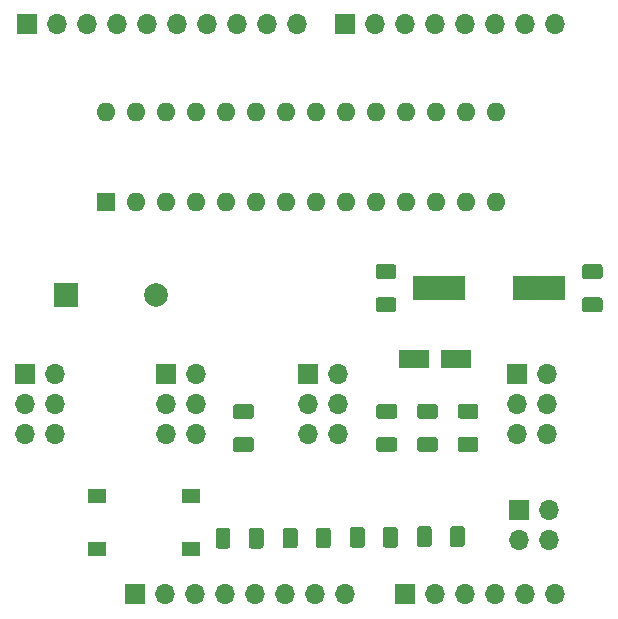
<source format=gbr>
G04 #@! TF.GenerationSoftware,KiCad,Pcbnew,(5.0.0)*
G04 #@! TF.CreationDate,2018-10-08T15:54:37-05:00*
G04 #@! TF.ProjectId,YAPS_Arduino_Shield_AVR,594150535F41726475696E6F5F536869,1.0*
G04 #@! TF.SameCoordinates,Original*
G04 #@! TF.FileFunction,Soldermask,Top*
G04 #@! TF.FilePolarity,Negative*
%FSLAX46Y46*%
G04 Gerber Fmt 4.6, Leading zero omitted, Abs format (unit mm)*
G04 Created by KiCad (PCBNEW (5.0.0)) date 10/08/18 15:54:37*
%MOMM*%
%LPD*%
G01*
G04 APERTURE LIST*
%ADD10C,0.127000*%
%ADD11C,1.250000*%
%ADD12O,1.700000X1.700000*%
%ADD13R,1.700000X1.700000*%
%ADD14R,1.550000X1.300000*%
%ADD15R,2.000000X2.000000*%
%ADD16C,2.000000*%
%ADD17R,2.600000X1.600000*%
%ADD18R,1.600000X1.600000*%
%ADD19O,1.600000X1.600000*%
%ADD20R,4.500000X2.000000*%
G04 APERTURE END LIST*
D10*
G04 #@! TO.C,D4*
G36*
X146837504Y-118214204D02*
X146861773Y-118217804D01*
X146885571Y-118223765D01*
X146908671Y-118232030D01*
X146930849Y-118242520D01*
X146951893Y-118255133D01*
X146971598Y-118269747D01*
X146989777Y-118286223D01*
X147006253Y-118304402D01*
X147020867Y-118324107D01*
X147033480Y-118345151D01*
X147043970Y-118367329D01*
X147052235Y-118390429D01*
X147058196Y-118414227D01*
X147061796Y-118438496D01*
X147063000Y-118463000D01*
X147063000Y-119713000D01*
X147061796Y-119737504D01*
X147058196Y-119761773D01*
X147052235Y-119785571D01*
X147043970Y-119808671D01*
X147033480Y-119830849D01*
X147020867Y-119851893D01*
X147006253Y-119871598D01*
X146989777Y-119889777D01*
X146971598Y-119906253D01*
X146951893Y-119920867D01*
X146930849Y-119933480D01*
X146908671Y-119943970D01*
X146885571Y-119952235D01*
X146861773Y-119958196D01*
X146837504Y-119961796D01*
X146813000Y-119963000D01*
X146063000Y-119963000D01*
X146038496Y-119961796D01*
X146014227Y-119958196D01*
X145990429Y-119952235D01*
X145967329Y-119943970D01*
X145945151Y-119933480D01*
X145924107Y-119920867D01*
X145904402Y-119906253D01*
X145886223Y-119889777D01*
X145869747Y-119871598D01*
X145855133Y-119851893D01*
X145842520Y-119830849D01*
X145832030Y-119808671D01*
X145823765Y-119785571D01*
X145817804Y-119761773D01*
X145814204Y-119737504D01*
X145813000Y-119713000D01*
X145813000Y-118463000D01*
X145814204Y-118438496D01*
X145817804Y-118414227D01*
X145823765Y-118390429D01*
X145832030Y-118367329D01*
X145842520Y-118345151D01*
X145855133Y-118324107D01*
X145869747Y-118304402D01*
X145886223Y-118286223D01*
X145904402Y-118269747D01*
X145924107Y-118255133D01*
X145945151Y-118242520D01*
X145967329Y-118232030D01*
X145990429Y-118223765D01*
X146014227Y-118217804D01*
X146038496Y-118214204D01*
X146063000Y-118213000D01*
X146813000Y-118213000D01*
X146837504Y-118214204D01*
X146837504Y-118214204D01*
G37*
D11*
X146438000Y-119088000D03*
D10*
G36*
X149637504Y-118214204D02*
X149661773Y-118217804D01*
X149685571Y-118223765D01*
X149708671Y-118232030D01*
X149730849Y-118242520D01*
X149751893Y-118255133D01*
X149771598Y-118269747D01*
X149789777Y-118286223D01*
X149806253Y-118304402D01*
X149820867Y-118324107D01*
X149833480Y-118345151D01*
X149843970Y-118367329D01*
X149852235Y-118390429D01*
X149858196Y-118414227D01*
X149861796Y-118438496D01*
X149863000Y-118463000D01*
X149863000Y-119713000D01*
X149861796Y-119737504D01*
X149858196Y-119761773D01*
X149852235Y-119785571D01*
X149843970Y-119808671D01*
X149833480Y-119830849D01*
X149820867Y-119851893D01*
X149806253Y-119871598D01*
X149789777Y-119889777D01*
X149771598Y-119906253D01*
X149751893Y-119920867D01*
X149730849Y-119933480D01*
X149708671Y-119943970D01*
X149685571Y-119952235D01*
X149661773Y-119958196D01*
X149637504Y-119961796D01*
X149613000Y-119963000D01*
X148863000Y-119963000D01*
X148838496Y-119961796D01*
X148814227Y-119958196D01*
X148790429Y-119952235D01*
X148767329Y-119943970D01*
X148745151Y-119933480D01*
X148724107Y-119920867D01*
X148704402Y-119906253D01*
X148686223Y-119889777D01*
X148669747Y-119871598D01*
X148655133Y-119851893D01*
X148642520Y-119830849D01*
X148632030Y-119808671D01*
X148623765Y-119785571D01*
X148617804Y-119761773D01*
X148614204Y-119737504D01*
X148613000Y-119713000D01*
X148613000Y-118463000D01*
X148614204Y-118438496D01*
X148617804Y-118414227D01*
X148623765Y-118390429D01*
X148632030Y-118367329D01*
X148642520Y-118345151D01*
X148655133Y-118324107D01*
X148669747Y-118304402D01*
X148686223Y-118286223D01*
X148704402Y-118269747D01*
X148724107Y-118255133D01*
X148745151Y-118242520D01*
X148767329Y-118232030D01*
X148790429Y-118223765D01*
X148814227Y-118217804D01*
X148838496Y-118214204D01*
X148863000Y-118213000D01*
X149613000Y-118213000D01*
X149637504Y-118214204D01*
X149637504Y-118214204D01*
G37*
D11*
X149238000Y-119088000D03*
G04 #@! TD*
D10*
G04 #@! TO.C,R4*
G36*
X148800504Y-107732204D02*
X148824773Y-107735804D01*
X148848571Y-107741765D01*
X148871671Y-107750030D01*
X148893849Y-107760520D01*
X148914893Y-107773133D01*
X148934598Y-107787747D01*
X148952777Y-107804223D01*
X148969253Y-107822402D01*
X148983867Y-107842107D01*
X148996480Y-107863151D01*
X149006970Y-107885329D01*
X149015235Y-107908429D01*
X149021196Y-107932227D01*
X149024796Y-107956496D01*
X149026000Y-107981000D01*
X149026000Y-108731000D01*
X149024796Y-108755504D01*
X149021196Y-108779773D01*
X149015235Y-108803571D01*
X149006970Y-108826671D01*
X148996480Y-108848849D01*
X148983867Y-108869893D01*
X148969253Y-108889598D01*
X148952777Y-108907777D01*
X148934598Y-108924253D01*
X148914893Y-108938867D01*
X148893849Y-108951480D01*
X148871671Y-108961970D01*
X148848571Y-108970235D01*
X148824773Y-108976196D01*
X148800504Y-108979796D01*
X148776000Y-108981000D01*
X147526000Y-108981000D01*
X147501496Y-108979796D01*
X147477227Y-108976196D01*
X147453429Y-108970235D01*
X147430329Y-108961970D01*
X147408151Y-108951480D01*
X147387107Y-108938867D01*
X147367402Y-108924253D01*
X147349223Y-108907777D01*
X147332747Y-108889598D01*
X147318133Y-108869893D01*
X147305520Y-108848849D01*
X147295030Y-108826671D01*
X147286765Y-108803571D01*
X147280804Y-108779773D01*
X147277204Y-108755504D01*
X147276000Y-108731000D01*
X147276000Y-107981000D01*
X147277204Y-107956496D01*
X147280804Y-107932227D01*
X147286765Y-107908429D01*
X147295030Y-107885329D01*
X147305520Y-107863151D01*
X147318133Y-107842107D01*
X147332747Y-107822402D01*
X147349223Y-107804223D01*
X147367402Y-107787747D01*
X147387107Y-107773133D01*
X147408151Y-107760520D01*
X147430329Y-107750030D01*
X147453429Y-107741765D01*
X147477227Y-107735804D01*
X147501496Y-107732204D01*
X147526000Y-107731000D01*
X148776000Y-107731000D01*
X148800504Y-107732204D01*
X148800504Y-107732204D01*
G37*
D11*
X148151000Y-108356000D03*
D10*
G36*
X148800504Y-110532204D02*
X148824773Y-110535804D01*
X148848571Y-110541765D01*
X148871671Y-110550030D01*
X148893849Y-110560520D01*
X148914893Y-110573133D01*
X148934598Y-110587747D01*
X148952777Y-110604223D01*
X148969253Y-110622402D01*
X148983867Y-110642107D01*
X148996480Y-110663151D01*
X149006970Y-110685329D01*
X149015235Y-110708429D01*
X149021196Y-110732227D01*
X149024796Y-110756496D01*
X149026000Y-110781000D01*
X149026000Y-111531000D01*
X149024796Y-111555504D01*
X149021196Y-111579773D01*
X149015235Y-111603571D01*
X149006970Y-111626671D01*
X148996480Y-111648849D01*
X148983867Y-111669893D01*
X148969253Y-111689598D01*
X148952777Y-111707777D01*
X148934598Y-111724253D01*
X148914893Y-111738867D01*
X148893849Y-111751480D01*
X148871671Y-111761970D01*
X148848571Y-111770235D01*
X148824773Y-111776196D01*
X148800504Y-111779796D01*
X148776000Y-111781000D01*
X147526000Y-111781000D01*
X147501496Y-111779796D01*
X147477227Y-111776196D01*
X147453429Y-111770235D01*
X147430329Y-111761970D01*
X147408151Y-111751480D01*
X147387107Y-111738867D01*
X147367402Y-111724253D01*
X147349223Y-111707777D01*
X147332747Y-111689598D01*
X147318133Y-111669893D01*
X147305520Y-111648849D01*
X147295030Y-111626671D01*
X147286765Y-111603571D01*
X147280804Y-111579773D01*
X147277204Y-111555504D01*
X147276000Y-111531000D01*
X147276000Y-110781000D01*
X147277204Y-110756496D01*
X147280804Y-110732227D01*
X147286765Y-110708429D01*
X147295030Y-110685329D01*
X147305520Y-110663151D01*
X147318133Y-110642107D01*
X147332747Y-110622402D01*
X147349223Y-110604223D01*
X147367402Y-110587747D01*
X147387107Y-110573133D01*
X147408151Y-110560520D01*
X147430329Y-110550030D01*
X147453429Y-110541765D01*
X147477227Y-110535804D01*
X147501496Y-110532204D01*
X147526000Y-110531000D01*
X148776000Y-110531000D01*
X148800504Y-110532204D01*
X148800504Y-110532204D01*
G37*
D11*
X148151000Y-111156000D03*
G04 #@! TD*
D12*
G04 #@! TO.C,J3*
X144183000Y-110252000D03*
X141643000Y-110252000D03*
X144183000Y-107712000D03*
X141643000Y-107712000D03*
X144183000Y-105172000D03*
D13*
X141643000Y-105172000D03*
G04 #@! TD*
G04 #@! TO.C,J2*
X129644000Y-105172000D03*
D12*
X132184000Y-105172000D03*
X129644000Y-107712000D03*
X132184000Y-107712000D03*
X129644000Y-110252000D03*
X132184000Y-110252000D03*
G04 #@! TD*
G04 #@! TO.C,J4*
X156182000Y-110252000D03*
X153642000Y-110252000D03*
X156182000Y-107712000D03*
X153642000Y-107712000D03*
X156182000Y-105172000D03*
D13*
X153642000Y-105172000D03*
G04 #@! TD*
G04 #@! TO.C,J1*
X171348000Y-105172000D03*
D12*
X173888000Y-105172000D03*
X171348000Y-107712000D03*
X173888000Y-107712000D03*
X171348000Y-110252000D03*
X173888000Y-110252000D03*
G04 #@! TD*
D14*
G04 #@! TO.C,SW1*
X135743000Y-115482000D03*
X143693000Y-115482000D03*
X135743000Y-119982000D03*
X143693000Y-119982000D03*
G04 #@! TD*
D12*
G04 #@! TO.C,P4*
X174498000Y-75565000D03*
X171958000Y-75565000D03*
X169418000Y-75565000D03*
X166878000Y-75565000D03*
X164338000Y-75565000D03*
X161798000Y-75565000D03*
X159258000Y-75565000D03*
D13*
X156718000Y-75565000D03*
G04 #@! TD*
D12*
G04 #@! TO.C,P3*
X152654000Y-75565000D03*
X150114000Y-75565000D03*
X147574000Y-75565000D03*
X145034000Y-75565000D03*
X142494000Y-75565000D03*
X139954000Y-75565000D03*
X137414000Y-75565000D03*
X134874000Y-75565000D03*
X132334000Y-75565000D03*
D13*
X129794000Y-75565000D03*
G04 #@! TD*
D12*
G04 #@! TO.C,P2*
X174498000Y-123825000D03*
X171958000Y-123825000D03*
X169418000Y-123825000D03*
X166878000Y-123825000D03*
X164338000Y-123825000D03*
D13*
X161798000Y-123825000D03*
G04 #@! TD*
D12*
G04 #@! TO.C,P1*
X156718000Y-123825000D03*
X154178000Y-123825000D03*
X151638000Y-123825000D03*
X149098000Y-123825000D03*
X146558000Y-123825000D03*
X144018000Y-123825000D03*
X141478000Y-123825000D03*
D13*
X138938000Y-123825000D03*
G04 #@! TD*
D15*
G04 #@! TO.C,BZ1*
X133119000Y-98482300D03*
D16*
X140719000Y-98482300D03*
G04 #@! TD*
D10*
G04 #@! TO.C,C1*
G36*
X160872504Y-95888104D02*
X160896773Y-95891704D01*
X160920571Y-95897665D01*
X160943671Y-95905930D01*
X160965849Y-95916420D01*
X160986893Y-95929033D01*
X161006598Y-95943647D01*
X161024777Y-95960123D01*
X161041253Y-95978302D01*
X161055867Y-95998007D01*
X161068480Y-96019051D01*
X161078970Y-96041229D01*
X161087235Y-96064329D01*
X161093196Y-96088127D01*
X161096796Y-96112396D01*
X161098000Y-96136900D01*
X161098000Y-96886900D01*
X161096796Y-96911404D01*
X161093196Y-96935673D01*
X161087235Y-96959471D01*
X161078970Y-96982571D01*
X161068480Y-97004749D01*
X161055867Y-97025793D01*
X161041253Y-97045498D01*
X161024777Y-97063677D01*
X161006598Y-97080153D01*
X160986893Y-97094767D01*
X160965849Y-97107380D01*
X160943671Y-97117870D01*
X160920571Y-97126135D01*
X160896773Y-97132096D01*
X160872504Y-97135696D01*
X160848000Y-97136900D01*
X159598000Y-97136900D01*
X159573496Y-97135696D01*
X159549227Y-97132096D01*
X159525429Y-97126135D01*
X159502329Y-97117870D01*
X159480151Y-97107380D01*
X159459107Y-97094767D01*
X159439402Y-97080153D01*
X159421223Y-97063677D01*
X159404747Y-97045498D01*
X159390133Y-97025793D01*
X159377520Y-97004749D01*
X159367030Y-96982571D01*
X159358765Y-96959471D01*
X159352804Y-96935673D01*
X159349204Y-96911404D01*
X159348000Y-96886900D01*
X159348000Y-96136900D01*
X159349204Y-96112396D01*
X159352804Y-96088127D01*
X159358765Y-96064329D01*
X159367030Y-96041229D01*
X159377520Y-96019051D01*
X159390133Y-95998007D01*
X159404747Y-95978302D01*
X159421223Y-95960123D01*
X159439402Y-95943647D01*
X159459107Y-95929033D01*
X159480151Y-95916420D01*
X159502329Y-95905930D01*
X159525429Y-95897665D01*
X159549227Y-95891704D01*
X159573496Y-95888104D01*
X159598000Y-95886900D01*
X160848000Y-95886900D01*
X160872504Y-95888104D01*
X160872504Y-95888104D01*
G37*
D11*
X160223000Y-96511900D03*
D10*
G36*
X160872504Y-98688104D02*
X160896773Y-98691704D01*
X160920571Y-98697665D01*
X160943671Y-98705930D01*
X160965849Y-98716420D01*
X160986893Y-98729033D01*
X161006598Y-98743647D01*
X161024777Y-98760123D01*
X161041253Y-98778302D01*
X161055867Y-98798007D01*
X161068480Y-98819051D01*
X161078970Y-98841229D01*
X161087235Y-98864329D01*
X161093196Y-98888127D01*
X161096796Y-98912396D01*
X161098000Y-98936900D01*
X161098000Y-99686900D01*
X161096796Y-99711404D01*
X161093196Y-99735673D01*
X161087235Y-99759471D01*
X161078970Y-99782571D01*
X161068480Y-99804749D01*
X161055867Y-99825793D01*
X161041253Y-99845498D01*
X161024777Y-99863677D01*
X161006598Y-99880153D01*
X160986893Y-99894767D01*
X160965849Y-99907380D01*
X160943671Y-99917870D01*
X160920571Y-99926135D01*
X160896773Y-99932096D01*
X160872504Y-99935696D01*
X160848000Y-99936900D01*
X159598000Y-99936900D01*
X159573496Y-99935696D01*
X159549227Y-99932096D01*
X159525429Y-99926135D01*
X159502329Y-99917870D01*
X159480151Y-99907380D01*
X159459107Y-99894767D01*
X159439402Y-99880153D01*
X159421223Y-99863677D01*
X159404747Y-99845498D01*
X159390133Y-99825793D01*
X159377520Y-99804749D01*
X159367030Y-99782571D01*
X159358765Y-99759471D01*
X159352804Y-99735673D01*
X159349204Y-99711404D01*
X159348000Y-99686900D01*
X159348000Y-98936900D01*
X159349204Y-98912396D01*
X159352804Y-98888127D01*
X159358765Y-98864329D01*
X159367030Y-98841229D01*
X159377520Y-98819051D01*
X159390133Y-98798007D01*
X159404747Y-98778302D01*
X159421223Y-98760123D01*
X159439402Y-98743647D01*
X159459107Y-98729033D01*
X159480151Y-98716420D01*
X159502329Y-98705930D01*
X159525429Y-98697665D01*
X159549227Y-98691704D01*
X159573496Y-98688104D01*
X159598000Y-98686900D01*
X160848000Y-98686900D01*
X160872504Y-98688104D01*
X160872504Y-98688104D01*
G37*
D11*
X160223000Y-99311900D03*
G04 #@! TD*
D10*
G04 #@! TO.C,C2*
G36*
X178340504Y-98688104D02*
X178364773Y-98691704D01*
X178388571Y-98697665D01*
X178411671Y-98705930D01*
X178433849Y-98716420D01*
X178454893Y-98729033D01*
X178474598Y-98743647D01*
X178492777Y-98760123D01*
X178509253Y-98778302D01*
X178523867Y-98798007D01*
X178536480Y-98819051D01*
X178546970Y-98841229D01*
X178555235Y-98864329D01*
X178561196Y-98888127D01*
X178564796Y-98912396D01*
X178566000Y-98936900D01*
X178566000Y-99686900D01*
X178564796Y-99711404D01*
X178561196Y-99735673D01*
X178555235Y-99759471D01*
X178546970Y-99782571D01*
X178536480Y-99804749D01*
X178523867Y-99825793D01*
X178509253Y-99845498D01*
X178492777Y-99863677D01*
X178474598Y-99880153D01*
X178454893Y-99894767D01*
X178433849Y-99907380D01*
X178411671Y-99917870D01*
X178388571Y-99926135D01*
X178364773Y-99932096D01*
X178340504Y-99935696D01*
X178316000Y-99936900D01*
X177066000Y-99936900D01*
X177041496Y-99935696D01*
X177017227Y-99932096D01*
X176993429Y-99926135D01*
X176970329Y-99917870D01*
X176948151Y-99907380D01*
X176927107Y-99894767D01*
X176907402Y-99880153D01*
X176889223Y-99863677D01*
X176872747Y-99845498D01*
X176858133Y-99825793D01*
X176845520Y-99804749D01*
X176835030Y-99782571D01*
X176826765Y-99759471D01*
X176820804Y-99735673D01*
X176817204Y-99711404D01*
X176816000Y-99686900D01*
X176816000Y-98936900D01*
X176817204Y-98912396D01*
X176820804Y-98888127D01*
X176826765Y-98864329D01*
X176835030Y-98841229D01*
X176845520Y-98819051D01*
X176858133Y-98798007D01*
X176872747Y-98778302D01*
X176889223Y-98760123D01*
X176907402Y-98743647D01*
X176927107Y-98729033D01*
X176948151Y-98716420D01*
X176970329Y-98705930D01*
X176993429Y-98697665D01*
X177017227Y-98691704D01*
X177041496Y-98688104D01*
X177066000Y-98686900D01*
X178316000Y-98686900D01*
X178340504Y-98688104D01*
X178340504Y-98688104D01*
G37*
D11*
X177691000Y-99311900D03*
D10*
G36*
X178340504Y-95888104D02*
X178364773Y-95891704D01*
X178388571Y-95897665D01*
X178411671Y-95905930D01*
X178433849Y-95916420D01*
X178454893Y-95929033D01*
X178474598Y-95943647D01*
X178492777Y-95960123D01*
X178509253Y-95978302D01*
X178523867Y-95998007D01*
X178536480Y-96019051D01*
X178546970Y-96041229D01*
X178555235Y-96064329D01*
X178561196Y-96088127D01*
X178564796Y-96112396D01*
X178566000Y-96136900D01*
X178566000Y-96886900D01*
X178564796Y-96911404D01*
X178561196Y-96935673D01*
X178555235Y-96959471D01*
X178546970Y-96982571D01*
X178536480Y-97004749D01*
X178523867Y-97025793D01*
X178509253Y-97045498D01*
X178492777Y-97063677D01*
X178474598Y-97080153D01*
X178454893Y-97094767D01*
X178433849Y-97107380D01*
X178411671Y-97117870D01*
X178388571Y-97126135D01*
X178364773Y-97132096D01*
X178340504Y-97135696D01*
X178316000Y-97136900D01*
X177066000Y-97136900D01*
X177041496Y-97135696D01*
X177017227Y-97132096D01*
X176993429Y-97126135D01*
X176970329Y-97117870D01*
X176948151Y-97107380D01*
X176927107Y-97094767D01*
X176907402Y-97080153D01*
X176889223Y-97063677D01*
X176872747Y-97045498D01*
X176858133Y-97025793D01*
X176845520Y-97004749D01*
X176835030Y-96982571D01*
X176826765Y-96959471D01*
X176820804Y-96935673D01*
X176817204Y-96911404D01*
X176816000Y-96886900D01*
X176816000Y-96136900D01*
X176817204Y-96112396D01*
X176820804Y-96088127D01*
X176826765Y-96064329D01*
X176835030Y-96041229D01*
X176845520Y-96019051D01*
X176858133Y-95998007D01*
X176872747Y-95978302D01*
X176889223Y-95960123D01*
X176907402Y-95943647D01*
X176927107Y-95929033D01*
X176948151Y-95916420D01*
X176970329Y-95905930D01*
X176993429Y-95897665D01*
X177017227Y-95891704D01*
X177041496Y-95888104D01*
X177066000Y-95886900D01*
X178316000Y-95886900D01*
X178340504Y-95888104D01*
X178340504Y-95888104D01*
G37*
D11*
X177691000Y-96511900D03*
G04 #@! TD*
D17*
G04 #@! TO.C,C3*
X166158000Y-103886000D03*
X162558000Y-103886000D03*
G04 #@! TD*
D10*
G04 #@! TO.C,D1*
G36*
X166665504Y-118074204D02*
X166689773Y-118077804D01*
X166713571Y-118083765D01*
X166736671Y-118092030D01*
X166758849Y-118102520D01*
X166779893Y-118115133D01*
X166799598Y-118129747D01*
X166817777Y-118146223D01*
X166834253Y-118164402D01*
X166848867Y-118184107D01*
X166861480Y-118205151D01*
X166871970Y-118227329D01*
X166880235Y-118250429D01*
X166886196Y-118274227D01*
X166889796Y-118298496D01*
X166891000Y-118323000D01*
X166891000Y-119573000D01*
X166889796Y-119597504D01*
X166886196Y-119621773D01*
X166880235Y-119645571D01*
X166871970Y-119668671D01*
X166861480Y-119690849D01*
X166848867Y-119711893D01*
X166834253Y-119731598D01*
X166817777Y-119749777D01*
X166799598Y-119766253D01*
X166779893Y-119780867D01*
X166758849Y-119793480D01*
X166736671Y-119803970D01*
X166713571Y-119812235D01*
X166689773Y-119818196D01*
X166665504Y-119821796D01*
X166641000Y-119823000D01*
X165891000Y-119823000D01*
X165866496Y-119821796D01*
X165842227Y-119818196D01*
X165818429Y-119812235D01*
X165795329Y-119803970D01*
X165773151Y-119793480D01*
X165752107Y-119780867D01*
X165732402Y-119766253D01*
X165714223Y-119749777D01*
X165697747Y-119731598D01*
X165683133Y-119711893D01*
X165670520Y-119690849D01*
X165660030Y-119668671D01*
X165651765Y-119645571D01*
X165645804Y-119621773D01*
X165642204Y-119597504D01*
X165641000Y-119573000D01*
X165641000Y-118323000D01*
X165642204Y-118298496D01*
X165645804Y-118274227D01*
X165651765Y-118250429D01*
X165660030Y-118227329D01*
X165670520Y-118205151D01*
X165683133Y-118184107D01*
X165697747Y-118164402D01*
X165714223Y-118146223D01*
X165732402Y-118129747D01*
X165752107Y-118115133D01*
X165773151Y-118102520D01*
X165795329Y-118092030D01*
X165818429Y-118083765D01*
X165842227Y-118077804D01*
X165866496Y-118074204D01*
X165891000Y-118073000D01*
X166641000Y-118073000D01*
X166665504Y-118074204D01*
X166665504Y-118074204D01*
G37*
D11*
X166266000Y-118948000D03*
D10*
G36*
X163865504Y-118074204D02*
X163889773Y-118077804D01*
X163913571Y-118083765D01*
X163936671Y-118092030D01*
X163958849Y-118102520D01*
X163979893Y-118115133D01*
X163999598Y-118129747D01*
X164017777Y-118146223D01*
X164034253Y-118164402D01*
X164048867Y-118184107D01*
X164061480Y-118205151D01*
X164071970Y-118227329D01*
X164080235Y-118250429D01*
X164086196Y-118274227D01*
X164089796Y-118298496D01*
X164091000Y-118323000D01*
X164091000Y-119573000D01*
X164089796Y-119597504D01*
X164086196Y-119621773D01*
X164080235Y-119645571D01*
X164071970Y-119668671D01*
X164061480Y-119690849D01*
X164048867Y-119711893D01*
X164034253Y-119731598D01*
X164017777Y-119749777D01*
X163999598Y-119766253D01*
X163979893Y-119780867D01*
X163958849Y-119793480D01*
X163936671Y-119803970D01*
X163913571Y-119812235D01*
X163889773Y-119818196D01*
X163865504Y-119821796D01*
X163841000Y-119823000D01*
X163091000Y-119823000D01*
X163066496Y-119821796D01*
X163042227Y-119818196D01*
X163018429Y-119812235D01*
X162995329Y-119803970D01*
X162973151Y-119793480D01*
X162952107Y-119780867D01*
X162932402Y-119766253D01*
X162914223Y-119749777D01*
X162897747Y-119731598D01*
X162883133Y-119711893D01*
X162870520Y-119690849D01*
X162860030Y-119668671D01*
X162851765Y-119645571D01*
X162845804Y-119621773D01*
X162842204Y-119597504D01*
X162841000Y-119573000D01*
X162841000Y-118323000D01*
X162842204Y-118298496D01*
X162845804Y-118274227D01*
X162851765Y-118250429D01*
X162860030Y-118227329D01*
X162870520Y-118205151D01*
X162883133Y-118184107D01*
X162897747Y-118164402D01*
X162914223Y-118146223D01*
X162932402Y-118129747D01*
X162952107Y-118115133D01*
X162973151Y-118102520D01*
X162995329Y-118092030D01*
X163018429Y-118083765D01*
X163042227Y-118077804D01*
X163066496Y-118074204D01*
X163091000Y-118073000D01*
X163841000Y-118073000D01*
X163865504Y-118074204D01*
X163865504Y-118074204D01*
G37*
D11*
X163466000Y-118948000D03*
G04 #@! TD*
D10*
G04 #@! TO.C,D2*
G36*
X158189504Y-118138204D02*
X158213773Y-118141804D01*
X158237571Y-118147765D01*
X158260671Y-118156030D01*
X158282849Y-118166520D01*
X158303893Y-118179133D01*
X158323598Y-118193747D01*
X158341777Y-118210223D01*
X158358253Y-118228402D01*
X158372867Y-118248107D01*
X158385480Y-118269151D01*
X158395970Y-118291329D01*
X158404235Y-118314429D01*
X158410196Y-118338227D01*
X158413796Y-118362496D01*
X158415000Y-118387000D01*
X158415000Y-119637000D01*
X158413796Y-119661504D01*
X158410196Y-119685773D01*
X158404235Y-119709571D01*
X158395970Y-119732671D01*
X158385480Y-119754849D01*
X158372867Y-119775893D01*
X158358253Y-119795598D01*
X158341777Y-119813777D01*
X158323598Y-119830253D01*
X158303893Y-119844867D01*
X158282849Y-119857480D01*
X158260671Y-119867970D01*
X158237571Y-119876235D01*
X158213773Y-119882196D01*
X158189504Y-119885796D01*
X158165000Y-119887000D01*
X157415000Y-119887000D01*
X157390496Y-119885796D01*
X157366227Y-119882196D01*
X157342429Y-119876235D01*
X157319329Y-119867970D01*
X157297151Y-119857480D01*
X157276107Y-119844867D01*
X157256402Y-119830253D01*
X157238223Y-119813777D01*
X157221747Y-119795598D01*
X157207133Y-119775893D01*
X157194520Y-119754849D01*
X157184030Y-119732671D01*
X157175765Y-119709571D01*
X157169804Y-119685773D01*
X157166204Y-119661504D01*
X157165000Y-119637000D01*
X157165000Y-118387000D01*
X157166204Y-118362496D01*
X157169804Y-118338227D01*
X157175765Y-118314429D01*
X157184030Y-118291329D01*
X157194520Y-118269151D01*
X157207133Y-118248107D01*
X157221747Y-118228402D01*
X157238223Y-118210223D01*
X157256402Y-118193747D01*
X157276107Y-118179133D01*
X157297151Y-118166520D01*
X157319329Y-118156030D01*
X157342429Y-118147765D01*
X157366227Y-118141804D01*
X157390496Y-118138204D01*
X157415000Y-118137000D01*
X158165000Y-118137000D01*
X158189504Y-118138204D01*
X158189504Y-118138204D01*
G37*
D11*
X157790000Y-119012000D03*
D10*
G36*
X160989504Y-118138204D02*
X161013773Y-118141804D01*
X161037571Y-118147765D01*
X161060671Y-118156030D01*
X161082849Y-118166520D01*
X161103893Y-118179133D01*
X161123598Y-118193747D01*
X161141777Y-118210223D01*
X161158253Y-118228402D01*
X161172867Y-118248107D01*
X161185480Y-118269151D01*
X161195970Y-118291329D01*
X161204235Y-118314429D01*
X161210196Y-118338227D01*
X161213796Y-118362496D01*
X161215000Y-118387000D01*
X161215000Y-119637000D01*
X161213796Y-119661504D01*
X161210196Y-119685773D01*
X161204235Y-119709571D01*
X161195970Y-119732671D01*
X161185480Y-119754849D01*
X161172867Y-119775893D01*
X161158253Y-119795598D01*
X161141777Y-119813777D01*
X161123598Y-119830253D01*
X161103893Y-119844867D01*
X161082849Y-119857480D01*
X161060671Y-119867970D01*
X161037571Y-119876235D01*
X161013773Y-119882196D01*
X160989504Y-119885796D01*
X160965000Y-119887000D01*
X160215000Y-119887000D01*
X160190496Y-119885796D01*
X160166227Y-119882196D01*
X160142429Y-119876235D01*
X160119329Y-119867970D01*
X160097151Y-119857480D01*
X160076107Y-119844867D01*
X160056402Y-119830253D01*
X160038223Y-119813777D01*
X160021747Y-119795598D01*
X160007133Y-119775893D01*
X159994520Y-119754849D01*
X159984030Y-119732671D01*
X159975765Y-119709571D01*
X159969804Y-119685773D01*
X159966204Y-119661504D01*
X159965000Y-119637000D01*
X159965000Y-118387000D01*
X159966204Y-118362496D01*
X159969804Y-118338227D01*
X159975765Y-118314429D01*
X159984030Y-118291329D01*
X159994520Y-118269151D01*
X160007133Y-118248107D01*
X160021747Y-118228402D01*
X160038223Y-118210223D01*
X160056402Y-118193747D01*
X160076107Y-118179133D01*
X160097151Y-118166520D01*
X160119329Y-118156030D01*
X160142429Y-118147765D01*
X160166227Y-118141804D01*
X160190496Y-118138204D01*
X160215000Y-118137000D01*
X160965000Y-118137000D01*
X160989504Y-118138204D01*
X160989504Y-118138204D01*
G37*
D11*
X160590000Y-119012000D03*
G04 #@! TD*
D10*
G04 #@! TO.C,D3*
G36*
X152513504Y-118201204D02*
X152537773Y-118204804D01*
X152561571Y-118210765D01*
X152584671Y-118219030D01*
X152606849Y-118229520D01*
X152627893Y-118242133D01*
X152647598Y-118256747D01*
X152665777Y-118273223D01*
X152682253Y-118291402D01*
X152696867Y-118311107D01*
X152709480Y-118332151D01*
X152719970Y-118354329D01*
X152728235Y-118377429D01*
X152734196Y-118401227D01*
X152737796Y-118425496D01*
X152739000Y-118450000D01*
X152739000Y-119700000D01*
X152737796Y-119724504D01*
X152734196Y-119748773D01*
X152728235Y-119772571D01*
X152719970Y-119795671D01*
X152709480Y-119817849D01*
X152696867Y-119838893D01*
X152682253Y-119858598D01*
X152665777Y-119876777D01*
X152647598Y-119893253D01*
X152627893Y-119907867D01*
X152606849Y-119920480D01*
X152584671Y-119930970D01*
X152561571Y-119939235D01*
X152537773Y-119945196D01*
X152513504Y-119948796D01*
X152489000Y-119950000D01*
X151739000Y-119950000D01*
X151714496Y-119948796D01*
X151690227Y-119945196D01*
X151666429Y-119939235D01*
X151643329Y-119930970D01*
X151621151Y-119920480D01*
X151600107Y-119907867D01*
X151580402Y-119893253D01*
X151562223Y-119876777D01*
X151545747Y-119858598D01*
X151531133Y-119838893D01*
X151518520Y-119817849D01*
X151508030Y-119795671D01*
X151499765Y-119772571D01*
X151493804Y-119748773D01*
X151490204Y-119724504D01*
X151489000Y-119700000D01*
X151489000Y-118450000D01*
X151490204Y-118425496D01*
X151493804Y-118401227D01*
X151499765Y-118377429D01*
X151508030Y-118354329D01*
X151518520Y-118332151D01*
X151531133Y-118311107D01*
X151545747Y-118291402D01*
X151562223Y-118273223D01*
X151580402Y-118256747D01*
X151600107Y-118242133D01*
X151621151Y-118229520D01*
X151643329Y-118219030D01*
X151666429Y-118210765D01*
X151690227Y-118204804D01*
X151714496Y-118201204D01*
X151739000Y-118200000D01*
X152489000Y-118200000D01*
X152513504Y-118201204D01*
X152513504Y-118201204D01*
G37*
D11*
X152114000Y-119075000D03*
D10*
G36*
X155313504Y-118201204D02*
X155337773Y-118204804D01*
X155361571Y-118210765D01*
X155384671Y-118219030D01*
X155406849Y-118229520D01*
X155427893Y-118242133D01*
X155447598Y-118256747D01*
X155465777Y-118273223D01*
X155482253Y-118291402D01*
X155496867Y-118311107D01*
X155509480Y-118332151D01*
X155519970Y-118354329D01*
X155528235Y-118377429D01*
X155534196Y-118401227D01*
X155537796Y-118425496D01*
X155539000Y-118450000D01*
X155539000Y-119700000D01*
X155537796Y-119724504D01*
X155534196Y-119748773D01*
X155528235Y-119772571D01*
X155519970Y-119795671D01*
X155509480Y-119817849D01*
X155496867Y-119838893D01*
X155482253Y-119858598D01*
X155465777Y-119876777D01*
X155447598Y-119893253D01*
X155427893Y-119907867D01*
X155406849Y-119920480D01*
X155384671Y-119930970D01*
X155361571Y-119939235D01*
X155337773Y-119945196D01*
X155313504Y-119948796D01*
X155289000Y-119950000D01*
X154539000Y-119950000D01*
X154514496Y-119948796D01*
X154490227Y-119945196D01*
X154466429Y-119939235D01*
X154443329Y-119930970D01*
X154421151Y-119920480D01*
X154400107Y-119907867D01*
X154380402Y-119893253D01*
X154362223Y-119876777D01*
X154345747Y-119858598D01*
X154331133Y-119838893D01*
X154318520Y-119817849D01*
X154308030Y-119795671D01*
X154299765Y-119772571D01*
X154293804Y-119748773D01*
X154290204Y-119724504D01*
X154289000Y-119700000D01*
X154289000Y-118450000D01*
X154290204Y-118425496D01*
X154293804Y-118401227D01*
X154299765Y-118377429D01*
X154308030Y-118354329D01*
X154318520Y-118332151D01*
X154331133Y-118311107D01*
X154345747Y-118291402D01*
X154362223Y-118273223D01*
X154380402Y-118256747D01*
X154400107Y-118242133D01*
X154421151Y-118229520D01*
X154443329Y-118219030D01*
X154466429Y-118210765D01*
X154490227Y-118204804D01*
X154514496Y-118201204D01*
X154539000Y-118200000D01*
X155289000Y-118200000D01*
X155313504Y-118201204D01*
X155313504Y-118201204D01*
G37*
D11*
X154914000Y-119075000D03*
G04 #@! TD*
D18*
G04 #@! TO.C,J5*
X136520000Y-90612000D03*
D19*
X169540000Y-82992000D03*
X139060000Y-90612000D03*
X167000000Y-82992000D03*
X141600000Y-90612000D03*
X164460000Y-82992000D03*
X144140000Y-90612000D03*
X161920000Y-82992000D03*
X146680000Y-90612000D03*
X159380000Y-82992000D03*
X149220000Y-90612000D03*
X156840000Y-82992000D03*
X151760000Y-90612000D03*
X154300000Y-82992000D03*
X154300000Y-90612000D03*
X151760000Y-82992000D03*
X156840000Y-90612000D03*
X149220000Y-82992000D03*
X159380000Y-90612000D03*
X146680000Y-82992000D03*
X161920000Y-90612000D03*
X144140000Y-82992000D03*
X164460000Y-90612000D03*
X141600000Y-82992000D03*
X167000000Y-90612000D03*
X139060000Y-82992000D03*
X169540000Y-90612000D03*
X136520000Y-82992000D03*
G04 #@! TD*
D13*
G04 #@! TO.C,J6*
X171478000Y-116683000D03*
D12*
X174018000Y-116683000D03*
X171478000Y-119223000D03*
X174018000Y-119223000D03*
G04 #@! TD*
D10*
G04 #@! TO.C,R1*
G36*
X160936504Y-107718204D02*
X160960773Y-107721804D01*
X160984571Y-107727765D01*
X161007671Y-107736030D01*
X161029849Y-107746520D01*
X161050893Y-107759133D01*
X161070598Y-107773747D01*
X161088777Y-107790223D01*
X161105253Y-107808402D01*
X161119867Y-107828107D01*
X161132480Y-107849151D01*
X161142970Y-107871329D01*
X161151235Y-107894429D01*
X161157196Y-107918227D01*
X161160796Y-107942496D01*
X161162000Y-107967000D01*
X161162000Y-108717000D01*
X161160796Y-108741504D01*
X161157196Y-108765773D01*
X161151235Y-108789571D01*
X161142970Y-108812671D01*
X161132480Y-108834849D01*
X161119867Y-108855893D01*
X161105253Y-108875598D01*
X161088777Y-108893777D01*
X161070598Y-108910253D01*
X161050893Y-108924867D01*
X161029849Y-108937480D01*
X161007671Y-108947970D01*
X160984571Y-108956235D01*
X160960773Y-108962196D01*
X160936504Y-108965796D01*
X160912000Y-108967000D01*
X159662000Y-108967000D01*
X159637496Y-108965796D01*
X159613227Y-108962196D01*
X159589429Y-108956235D01*
X159566329Y-108947970D01*
X159544151Y-108937480D01*
X159523107Y-108924867D01*
X159503402Y-108910253D01*
X159485223Y-108893777D01*
X159468747Y-108875598D01*
X159454133Y-108855893D01*
X159441520Y-108834849D01*
X159431030Y-108812671D01*
X159422765Y-108789571D01*
X159416804Y-108765773D01*
X159413204Y-108741504D01*
X159412000Y-108717000D01*
X159412000Y-107967000D01*
X159413204Y-107942496D01*
X159416804Y-107918227D01*
X159422765Y-107894429D01*
X159431030Y-107871329D01*
X159441520Y-107849151D01*
X159454133Y-107828107D01*
X159468747Y-107808402D01*
X159485223Y-107790223D01*
X159503402Y-107773747D01*
X159523107Y-107759133D01*
X159544151Y-107746520D01*
X159566329Y-107736030D01*
X159589429Y-107727765D01*
X159613227Y-107721804D01*
X159637496Y-107718204D01*
X159662000Y-107717000D01*
X160912000Y-107717000D01*
X160936504Y-107718204D01*
X160936504Y-107718204D01*
G37*
D11*
X160287000Y-108342000D03*
D10*
G36*
X160936504Y-110518204D02*
X160960773Y-110521804D01*
X160984571Y-110527765D01*
X161007671Y-110536030D01*
X161029849Y-110546520D01*
X161050893Y-110559133D01*
X161070598Y-110573747D01*
X161088777Y-110590223D01*
X161105253Y-110608402D01*
X161119867Y-110628107D01*
X161132480Y-110649151D01*
X161142970Y-110671329D01*
X161151235Y-110694429D01*
X161157196Y-110718227D01*
X161160796Y-110742496D01*
X161162000Y-110767000D01*
X161162000Y-111517000D01*
X161160796Y-111541504D01*
X161157196Y-111565773D01*
X161151235Y-111589571D01*
X161142970Y-111612671D01*
X161132480Y-111634849D01*
X161119867Y-111655893D01*
X161105253Y-111675598D01*
X161088777Y-111693777D01*
X161070598Y-111710253D01*
X161050893Y-111724867D01*
X161029849Y-111737480D01*
X161007671Y-111747970D01*
X160984571Y-111756235D01*
X160960773Y-111762196D01*
X160936504Y-111765796D01*
X160912000Y-111767000D01*
X159662000Y-111767000D01*
X159637496Y-111765796D01*
X159613227Y-111762196D01*
X159589429Y-111756235D01*
X159566329Y-111747970D01*
X159544151Y-111737480D01*
X159523107Y-111724867D01*
X159503402Y-111710253D01*
X159485223Y-111693777D01*
X159468747Y-111675598D01*
X159454133Y-111655893D01*
X159441520Y-111634849D01*
X159431030Y-111612671D01*
X159422765Y-111589571D01*
X159416804Y-111565773D01*
X159413204Y-111541504D01*
X159412000Y-111517000D01*
X159412000Y-110767000D01*
X159413204Y-110742496D01*
X159416804Y-110718227D01*
X159422765Y-110694429D01*
X159431030Y-110671329D01*
X159441520Y-110649151D01*
X159454133Y-110628107D01*
X159468747Y-110608402D01*
X159485223Y-110590223D01*
X159503402Y-110573747D01*
X159523107Y-110559133D01*
X159544151Y-110546520D01*
X159566329Y-110536030D01*
X159589429Y-110527765D01*
X159613227Y-110521804D01*
X159637496Y-110518204D01*
X159662000Y-110517000D01*
X160912000Y-110517000D01*
X160936504Y-110518204D01*
X160936504Y-110518204D01*
G37*
D11*
X160287000Y-111142000D03*
G04 #@! TD*
D10*
G04 #@! TO.C,R2*
G36*
X164381504Y-110518204D02*
X164405773Y-110521804D01*
X164429571Y-110527765D01*
X164452671Y-110536030D01*
X164474849Y-110546520D01*
X164495893Y-110559133D01*
X164515598Y-110573747D01*
X164533777Y-110590223D01*
X164550253Y-110608402D01*
X164564867Y-110628107D01*
X164577480Y-110649151D01*
X164587970Y-110671329D01*
X164596235Y-110694429D01*
X164602196Y-110718227D01*
X164605796Y-110742496D01*
X164607000Y-110767000D01*
X164607000Y-111517000D01*
X164605796Y-111541504D01*
X164602196Y-111565773D01*
X164596235Y-111589571D01*
X164587970Y-111612671D01*
X164577480Y-111634849D01*
X164564867Y-111655893D01*
X164550253Y-111675598D01*
X164533777Y-111693777D01*
X164515598Y-111710253D01*
X164495893Y-111724867D01*
X164474849Y-111737480D01*
X164452671Y-111747970D01*
X164429571Y-111756235D01*
X164405773Y-111762196D01*
X164381504Y-111765796D01*
X164357000Y-111767000D01*
X163107000Y-111767000D01*
X163082496Y-111765796D01*
X163058227Y-111762196D01*
X163034429Y-111756235D01*
X163011329Y-111747970D01*
X162989151Y-111737480D01*
X162968107Y-111724867D01*
X162948402Y-111710253D01*
X162930223Y-111693777D01*
X162913747Y-111675598D01*
X162899133Y-111655893D01*
X162886520Y-111634849D01*
X162876030Y-111612671D01*
X162867765Y-111589571D01*
X162861804Y-111565773D01*
X162858204Y-111541504D01*
X162857000Y-111517000D01*
X162857000Y-110767000D01*
X162858204Y-110742496D01*
X162861804Y-110718227D01*
X162867765Y-110694429D01*
X162876030Y-110671329D01*
X162886520Y-110649151D01*
X162899133Y-110628107D01*
X162913747Y-110608402D01*
X162930223Y-110590223D01*
X162948402Y-110573747D01*
X162968107Y-110559133D01*
X162989151Y-110546520D01*
X163011329Y-110536030D01*
X163034429Y-110527765D01*
X163058227Y-110521804D01*
X163082496Y-110518204D01*
X163107000Y-110517000D01*
X164357000Y-110517000D01*
X164381504Y-110518204D01*
X164381504Y-110518204D01*
G37*
D11*
X163732000Y-111142000D03*
D10*
G36*
X164381504Y-107718204D02*
X164405773Y-107721804D01*
X164429571Y-107727765D01*
X164452671Y-107736030D01*
X164474849Y-107746520D01*
X164495893Y-107759133D01*
X164515598Y-107773747D01*
X164533777Y-107790223D01*
X164550253Y-107808402D01*
X164564867Y-107828107D01*
X164577480Y-107849151D01*
X164587970Y-107871329D01*
X164596235Y-107894429D01*
X164602196Y-107918227D01*
X164605796Y-107942496D01*
X164607000Y-107967000D01*
X164607000Y-108717000D01*
X164605796Y-108741504D01*
X164602196Y-108765773D01*
X164596235Y-108789571D01*
X164587970Y-108812671D01*
X164577480Y-108834849D01*
X164564867Y-108855893D01*
X164550253Y-108875598D01*
X164533777Y-108893777D01*
X164515598Y-108910253D01*
X164495893Y-108924867D01*
X164474849Y-108937480D01*
X164452671Y-108947970D01*
X164429571Y-108956235D01*
X164405773Y-108962196D01*
X164381504Y-108965796D01*
X164357000Y-108967000D01*
X163107000Y-108967000D01*
X163082496Y-108965796D01*
X163058227Y-108962196D01*
X163034429Y-108956235D01*
X163011329Y-108947970D01*
X162989151Y-108937480D01*
X162968107Y-108924867D01*
X162948402Y-108910253D01*
X162930223Y-108893777D01*
X162913747Y-108875598D01*
X162899133Y-108855893D01*
X162886520Y-108834849D01*
X162876030Y-108812671D01*
X162867765Y-108789571D01*
X162861804Y-108765773D01*
X162858204Y-108741504D01*
X162857000Y-108717000D01*
X162857000Y-107967000D01*
X162858204Y-107942496D01*
X162861804Y-107918227D01*
X162867765Y-107894429D01*
X162876030Y-107871329D01*
X162886520Y-107849151D01*
X162899133Y-107828107D01*
X162913747Y-107808402D01*
X162930223Y-107790223D01*
X162948402Y-107773747D01*
X162968107Y-107759133D01*
X162989151Y-107746520D01*
X163011329Y-107736030D01*
X163034429Y-107727765D01*
X163058227Y-107721804D01*
X163082496Y-107718204D01*
X163107000Y-107717000D01*
X164357000Y-107717000D01*
X164381504Y-107718204D01*
X164381504Y-107718204D01*
G37*
D11*
X163732000Y-108342000D03*
G04 #@! TD*
D10*
G04 #@! TO.C,R3*
G36*
X167827504Y-107718204D02*
X167851773Y-107721804D01*
X167875571Y-107727765D01*
X167898671Y-107736030D01*
X167920849Y-107746520D01*
X167941893Y-107759133D01*
X167961598Y-107773747D01*
X167979777Y-107790223D01*
X167996253Y-107808402D01*
X168010867Y-107828107D01*
X168023480Y-107849151D01*
X168033970Y-107871329D01*
X168042235Y-107894429D01*
X168048196Y-107918227D01*
X168051796Y-107942496D01*
X168053000Y-107967000D01*
X168053000Y-108717000D01*
X168051796Y-108741504D01*
X168048196Y-108765773D01*
X168042235Y-108789571D01*
X168033970Y-108812671D01*
X168023480Y-108834849D01*
X168010867Y-108855893D01*
X167996253Y-108875598D01*
X167979777Y-108893777D01*
X167961598Y-108910253D01*
X167941893Y-108924867D01*
X167920849Y-108937480D01*
X167898671Y-108947970D01*
X167875571Y-108956235D01*
X167851773Y-108962196D01*
X167827504Y-108965796D01*
X167803000Y-108967000D01*
X166553000Y-108967000D01*
X166528496Y-108965796D01*
X166504227Y-108962196D01*
X166480429Y-108956235D01*
X166457329Y-108947970D01*
X166435151Y-108937480D01*
X166414107Y-108924867D01*
X166394402Y-108910253D01*
X166376223Y-108893777D01*
X166359747Y-108875598D01*
X166345133Y-108855893D01*
X166332520Y-108834849D01*
X166322030Y-108812671D01*
X166313765Y-108789571D01*
X166307804Y-108765773D01*
X166304204Y-108741504D01*
X166303000Y-108717000D01*
X166303000Y-107967000D01*
X166304204Y-107942496D01*
X166307804Y-107918227D01*
X166313765Y-107894429D01*
X166322030Y-107871329D01*
X166332520Y-107849151D01*
X166345133Y-107828107D01*
X166359747Y-107808402D01*
X166376223Y-107790223D01*
X166394402Y-107773747D01*
X166414107Y-107759133D01*
X166435151Y-107746520D01*
X166457329Y-107736030D01*
X166480429Y-107727765D01*
X166504227Y-107721804D01*
X166528496Y-107718204D01*
X166553000Y-107717000D01*
X167803000Y-107717000D01*
X167827504Y-107718204D01*
X167827504Y-107718204D01*
G37*
D11*
X167178000Y-108342000D03*
D10*
G36*
X167827504Y-110518204D02*
X167851773Y-110521804D01*
X167875571Y-110527765D01*
X167898671Y-110536030D01*
X167920849Y-110546520D01*
X167941893Y-110559133D01*
X167961598Y-110573747D01*
X167979777Y-110590223D01*
X167996253Y-110608402D01*
X168010867Y-110628107D01*
X168023480Y-110649151D01*
X168033970Y-110671329D01*
X168042235Y-110694429D01*
X168048196Y-110718227D01*
X168051796Y-110742496D01*
X168053000Y-110767000D01*
X168053000Y-111517000D01*
X168051796Y-111541504D01*
X168048196Y-111565773D01*
X168042235Y-111589571D01*
X168033970Y-111612671D01*
X168023480Y-111634849D01*
X168010867Y-111655893D01*
X167996253Y-111675598D01*
X167979777Y-111693777D01*
X167961598Y-111710253D01*
X167941893Y-111724867D01*
X167920849Y-111737480D01*
X167898671Y-111747970D01*
X167875571Y-111756235D01*
X167851773Y-111762196D01*
X167827504Y-111765796D01*
X167803000Y-111767000D01*
X166553000Y-111767000D01*
X166528496Y-111765796D01*
X166504227Y-111762196D01*
X166480429Y-111756235D01*
X166457329Y-111747970D01*
X166435151Y-111737480D01*
X166414107Y-111724867D01*
X166394402Y-111710253D01*
X166376223Y-111693777D01*
X166359747Y-111675598D01*
X166345133Y-111655893D01*
X166332520Y-111634849D01*
X166322030Y-111612671D01*
X166313765Y-111589571D01*
X166307804Y-111565773D01*
X166304204Y-111541504D01*
X166303000Y-111517000D01*
X166303000Y-110767000D01*
X166304204Y-110742496D01*
X166307804Y-110718227D01*
X166313765Y-110694429D01*
X166322030Y-110671329D01*
X166332520Y-110649151D01*
X166345133Y-110628107D01*
X166359747Y-110608402D01*
X166376223Y-110590223D01*
X166394402Y-110573747D01*
X166414107Y-110559133D01*
X166435151Y-110546520D01*
X166457329Y-110536030D01*
X166480429Y-110527765D01*
X166504227Y-110521804D01*
X166528496Y-110518204D01*
X166553000Y-110517000D01*
X167803000Y-110517000D01*
X167827504Y-110518204D01*
X167827504Y-110518204D01*
G37*
D11*
X167178000Y-111142000D03*
G04 #@! TD*
D20*
G04 #@! TO.C,Y1*
X164707000Y-97911900D03*
X173207000Y-97911900D03*
G04 #@! TD*
M02*

</source>
